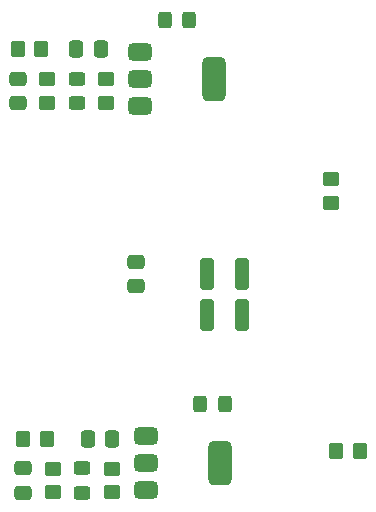
<source format=gbp>
G04 #@! TF.GenerationSoftware,KiCad,Pcbnew,8.0.9-8.0.9-0~ubuntu22.04.1*
G04 #@! TF.CreationDate,2025-04-02T13:47:27-07:00*
G04 #@! TF.ProjectId,HBD1E,48424431-452e-46b6-9963-61645f706362,rev?*
G04 #@! TF.SameCoordinates,Original*
G04 #@! TF.FileFunction,Paste,Bot*
G04 #@! TF.FilePolarity,Positive*
%FSLAX46Y46*%
G04 Gerber Fmt 4.6, Leading zero omitted, Abs format (unit mm)*
G04 Created by KiCad (PCBNEW 8.0.9-8.0.9-0~ubuntu22.04.1) date 2025-04-02 13:47:27*
%MOMM*%
%LPD*%
G01*
G04 APERTURE LIST*
G04 Aperture macros list*
%AMRoundRect*
0 Rectangle with rounded corners*
0 $1 Rounding radius*
0 $2 $3 $4 $5 $6 $7 $8 $9 X,Y pos of 4 corners*
0 Add a 4 corners polygon primitive as box body*
4,1,4,$2,$3,$4,$5,$6,$7,$8,$9,$2,$3,0*
0 Add four circle primitives for the rounded corners*
1,1,$1+$1,$2,$3*
1,1,$1+$1,$4,$5*
1,1,$1+$1,$6,$7*
1,1,$1+$1,$8,$9*
0 Add four rect primitives between the rounded corners*
20,1,$1+$1,$2,$3,$4,$5,0*
20,1,$1+$1,$4,$5,$6,$7,0*
20,1,$1+$1,$6,$7,$8,$9,0*
20,1,$1+$1,$8,$9,$2,$3,0*%
G04 Aperture macros list end*
%ADD10RoundRect,0.250000X0.450000X-0.350000X0.450000X0.350000X-0.450000X0.350000X-0.450000X-0.350000X0*%
%ADD11RoundRect,0.250000X-0.450000X0.350000X-0.450000X-0.350000X0.450000X-0.350000X0.450000X0.350000X0*%
%ADD12RoundRect,0.250000X0.475000X-0.337500X0.475000X0.337500X-0.475000X0.337500X-0.475000X-0.337500X0*%
%ADD13RoundRect,0.250000X0.337500X0.475000X-0.337500X0.475000X-0.337500X-0.475000X0.337500X-0.475000X0*%
%ADD14RoundRect,0.250000X-0.350000X-0.450000X0.350000X-0.450000X0.350000X0.450000X-0.350000X0.450000X0*%
%ADD15RoundRect,0.250000X-0.475000X0.337500X-0.475000X-0.337500X0.475000X-0.337500X0.475000X0.337500X0*%
%ADD16RoundRect,0.375000X-0.625000X-0.375000X0.625000X-0.375000X0.625000X0.375000X-0.625000X0.375000X0*%
%ADD17RoundRect,0.500000X-0.500000X-1.400000X0.500000X-1.400000X0.500000X1.400000X-0.500000X1.400000X0*%
%ADD18RoundRect,0.250000X-0.325000X-1.100000X0.325000X-1.100000X0.325000X1.100000X-0.325000X1.100000X0*%
%ADD19RoundRect,0.250000X-0.450000X0.325000X-0.450000X-0.325000X0.450000X-0.325000X0.450000X0.325000X0*%
%ADD20RoundRect,0.250000X-0.325000X-0.450000X0.325000X-0.450000X0.325000X0.450000X-0.325000X0.450000X0*%
G04 APERTURE END LIST*
D10*
X76500000Y-86000000D03*
X76500000Y-84000000D03*
D11*
X71000000Y-51000000D03*
X71000000Y-53000000D03*
D12*
X69000000Y-86037500D03*
X69000000Y-83962500D03*
D11*
X95000000Y-59500000D03*
X95000000Y-61500000D03*
D13*
X75537500Y-48500000D03*
X73462500Y-48500000D03*
D14*
X69000000Y-81500000D03*
X71000000Y-81500000D03*
D13*
X76537500Y-81500000D03*
X74462500Y-81500000D03*
D15*
X78500000Y-66462500D03*
X78500000Y-68537500D03*
D14*
X95500000Y-82500000D03*
X97500000Y-82500000D03*
D16*
X79350000Y-85800000D03*
X79350000Y-83500000D03*
D17*
X85650000Y-83500000D03*
D16*
X79350000Y-81200000D03*
D18*
X84525000Y-71000000D03*
X87475000Y-71000000D03*
D19*
X73500000Y-50975000D03*
X73500000Y-53025000D03*
D14*
X68500000Y-48500000D03*
X70500000Y-48500000D03*
D10*
X76000000Y-53000000D03*
X76000000Y-51000000D03*
D20*
X83975000Y-78500000D03*
X86025000Y-78500000D03*
D16*
X78850000Y-53300000D03*
X78850000Y-51000000D03*
D17*
X85150000Y-51000000D03*
D16*
X78850000Y-48700000D03*
D18*
X84525000Y-67500000D03*
X87475000Y-67500000D03*
D20*
X80975000Y-46000000D03*
X83025000Y-46000000D03*
D11*
X71500000Y-84000000D03*
X71500000Y-86000000D03*
D19*
X74000000Y-83975000D03*
X74000000Y-86025000D03*
D12*
X68500000Y-53037500D03*
X68500000Y-50962500D03*
M02*

</source>
